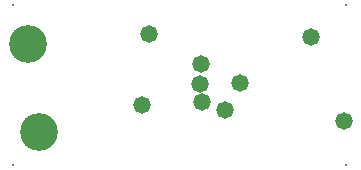
<source format=gbs>
G04*
G04 #@! TF.GenerationSoftware,Altium Limited,Altium Designer,21.5.1 (32)*
G04*
G04 Layer_Color=16711935*
%FSLAX25Y25*%
%MOIN*%
G70*
G04*
G04 #@! TF.SameCoordinates,27B40785-D3C1-427D-BBF8-63A11A4F9794*
G04*
G04*
G04 #@! TF.FilePolarity,Negative*
G04*
G01*
G75*
%ADD25C,0.00800*%
%ADD26C,0.12611*%
%ADD27C,0.05800*%
D25*
X111024Y171260D02*
D03*
Y118110D02*
D03*
X222047Y171260D02*
D03*
Y118110D02*
D03*
D26*
X119685Y129134D02*
D03*
X115748Y158268D02*
D03*
D27*
X221260Y132677D02*
D03*
X210236Y160630D02*
D03*
X156299Y161811D02*
D03*
X174016Y138976D02*
D03*
X153937Y138189D02*
D03*
X173379Y145178D02*
D03*
X173622Y151575D02*
D03*
X186614Y145276D02*
D03*
X181496Y136221D02*
D03*
M02*

</source>
